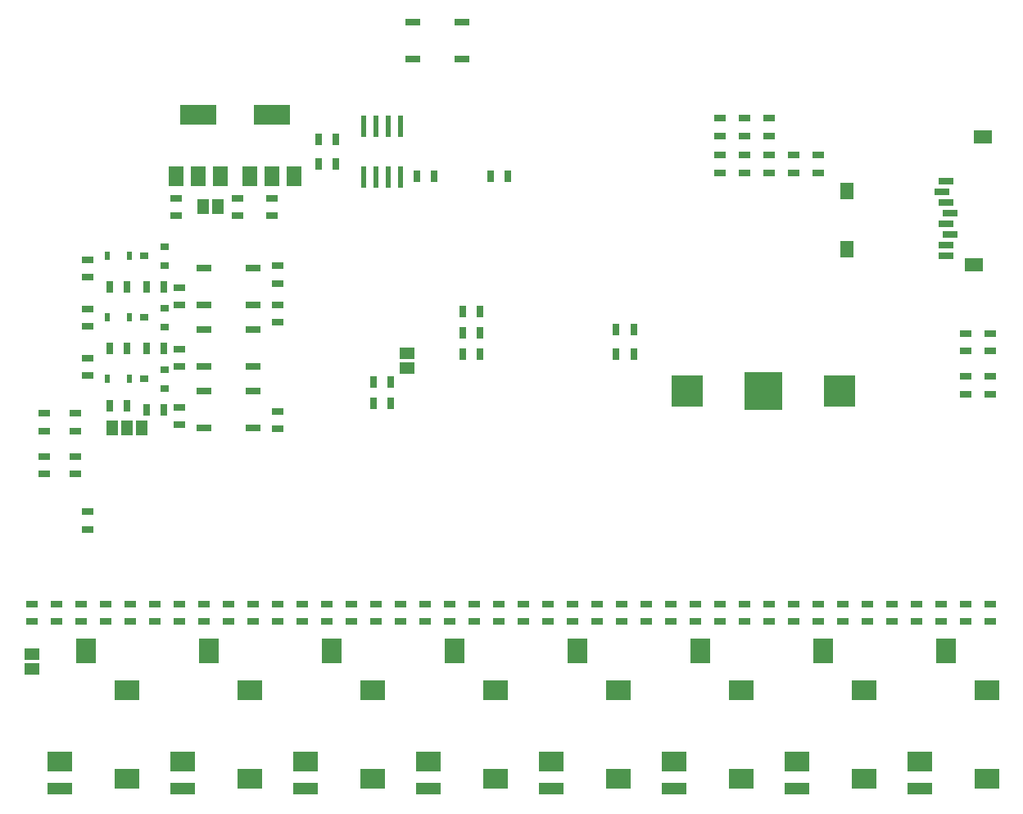
<source format=gtp>
G75*
G70*
%OFA0B0*%
%FSLAX24Y24*%
%IPPOS*%
%LPD*%
%AMOC8*
5,1,8,0,0,1.08239X$1,22.5*
%
%ADD10R,0.0748X0.0551*%
%ADD11R,0.0551X0.0709*%
%ADD12R,0.0591X0.0276*%
%ADD13R,0.0600X0.0300*%
%ADD14R,0.0472X0.0315*%
%ADD15R,0.0630X0.0460*%
%ADD16R,0.0315X0.0472*%
%ADD17R,0.0354X0.0315*%
%ADD18R,0.0248X0.0327*%
%ADD19R,0.0460X0.0630*%
%ADD20R,0.0984X0.0787*%
%ADD21R,0.0787X0.0984*%
%ADD22R,0.0984X0.0472*%
%ADD23R,0.0590X0.0790*%
%ADD24R,0.1500X0.0790*%
%ADD25R,0.0240X0.0870*%
%ADD26R,0.1560X0.1560*%
%ADD27R,0.1250X0.1250*%
D10*
X039751Y023127D03*
X040105Y028324D03*
D11*
X034593Y026120D03*
X034593Y023757D03*
D12*
X038609Y023915D03*
X038766Y024348D03*
X038609Y024781D03*
X038766Y025214D03*
X038609Y025647D03*
X038451Y026080D03*
X038609Y026513D03*
X038609Y023482D03*
D13*
X018920Y031470D03*
X018920Y032970D03*
X016920Y032970D03*
X016920Y031470D03*
X010420Y022970D03*
X010420Y021470D03*
X010420Y020470D03*
X010420Y018970D03*
X010420Y017970D03*
X010420Y016470D03*
X008420Y016470D03*
X008420Y017970D03*
X008420Y018970D03*
X008420Y020470D03*
X008420Y021470D03*
X008420Y022970D03*
D14*
X007420Y022199D03*
X007420Y021491D03*
X007420Y019699D03*
X007420Y018991D03*
X007420Y017324D03*
X007420Y016616D03*
X011420Y016459D03*
X011420Y017168D03*
X011420Y020772D03*
X011420Y021481D03*
X011420Y022366D03*
X011420Y023074D03*
X011170Y025116D03*
X011170Y025824D03*
X009795Y025824D03*
X009795Y025116D03*
X007295Y025116D03*
X007295Y025824D03*
X003670Y023324D03*
X003670Y022616D03*
X003670Y021324D03*
X003670Y020616D03*
X003670Y019324D03*
X003670Y018616D03*
X003170Y017074D03*
X003170Y016366D03*
X003170Y015324D03*
X003170Y014616D03*
X001920Y014616D03*
X001920Y015324D03*
X001920Y016366D03*
X001920Y017074D03*
X003670Y013074D03*
X003670Y012366D03*
X003420Y009324D03*
X003420Y008616D03*
X004420Y008616D03*
X004420Y009324D03*
X005420Y009324D03*
X005420Y008616D03*
X006420Y008616D03*
X006420Y009324D03*
X007420Y009324D03*
X007420Y008616D03*
X008420Y008616D03*
X008420Y009324D03*
X009420Y009324D03*
X009420Y008616D03*
X010420Y008616D03*
X010420Y009324D03*
X011420Y009324D03*
X011420Y008616D03*
X012420Y008616D03*
X012420Y009324D03*
X013420Y009324D03*
X013420Y008616D03*
X014420Y008616D03*
X014420Y009324D03*
X015420Y009324D03*
X015420Y008616D03*
X016420Y008616D03*
X016420Y009324D03*
X017420Y009324D03*
X017420Y008616D03*
X018420Y008616D03*
X018420Y009324D03*
X019420Y009324D03*
X019420Y008616D03*
X020420Y008616D03*
X020420Y009324D03*
X021420Y009324D03*
X021420Y008616D03*
X022420Y008616D03*
X022420Y009324D03*
X023420Y009324D03*
X023420Y008616D03*
X024420Y008616D03*
X024420Y009324D03*
X025420Y009324D03*
X025420Y008616D03*
X026420Y008616D03*
X026420Y009324D03*
X027420Y009324D03*
X027420Y008616D03*
X028420Y008616D03*
X028420Y009324D03*
X029420Y009324D03*
X029420Y008616D03*
X030420Y008616D03*
X030420Y009324D03*
X031420Y009324D03*
X031420Y008616D03*
X032420Y008616D03*
X032420Y009324D03*
X033420Y009324D03*
X033420Y008616D03*
X034420Y008616D03*
X034420Y009324D03*
X035420Y009324D03*
X035420Y008616D03*
X036420Y008616D03*
X036420Y009324D03*
X037420Y009324D03*
X037420Y008616D03*
X038420Y008616D03*
X038420Y009324D03*
X039420Y009324D03*
X039420Y008616D03*
X040420Y008616D03*
X040420Y009324D03*
X040420Y017866D03*
X040420Y018574D03*
X039420Y018574D03*
X039420Y017866D03*
X039420Y019616D03*
X039420Y020324D03*
X040420Y020324D03*
X040420Y019616D03*
X033420Y026866D03*
X033420Y027574D03*
X032420Y027574D03*
X032420Y026866D03*
X031420Y026866D03*
X031420Y027574D03*
X031420Y028366D03*
X031420Y029074D03*
X030420Y029074D03*
X030420Y028366D03*
X030420Y027574D03*
X030420Y026866D03*
X029420Y026866D03*
X029420Y027574D03*
X029420Y028366D03*
X029420Y029074D03*
X002420Y009324D03*
X002420Y008616D03*
X001420Y008616D03*
X001420Y009324D03*
D15*
X001420Y007270D03*
X001420Y006670D03*
X016670Y018920D03*
X016670Y019520D03*
D16*
X016024Y018345D03*
X015316Y018345D03*
X015316Y017470D03*
X016024Y017470D03*
X018941Y019470D03*
X019649Y019470D03*
X019649Y020345D03*
X018941Y020345D03*
X018941Y021220D03*
X019649Y021220D03*
X025191Y020470D03*
X025899Y020470D03*
X025899Y019470D03*
X025191Y019470D03*
X020774Y026720D03*
X020066Y026720D03*
X017774Y026720D03*
X017066Y026720D03*
X013774Y027220D03*
X013066Y027220D03*
X013066Y028220D03*
X013774Y028220D03*
X006774Y022220D03*
X006066Y022220D03*
X005274Y022220D03*
X004566Y022220D03*
X004566Y019720D03*
X005274Y019720D03*
X006066Y019720D03*
X006774Y019720D03*
X005274Y017376D03*
X004566Y017376D03*
X006066Y017220D03*
X006774Y017220D03*
D17*
X006814Y018096D03*
X005987Y018470D03*
X006814Y018844D03*
X006814Y020596D03*
X005987Y020970D03*
X006814Y021344D03*
X006814Y023096D03*
X005987Y023470D03*
X006814Y023844D03*
D18*
X005373Y023470D03*
X004467Y023470D03*
X004467Y020970D03*
X005373Y020970D03*
X005373Y018470D03*
X004467Y018470D03*
D19*
X004664Y016470D03*
X005264Y016470D03*
X005864Y016470D03*
X008370Y025470D03*
X008970Y025470D03*
D20*
X010278Y005826D03*
X012562Y002913D03*
X010278Y002204D03*
X007562Y002913D03*
X005278Y002204D03*
X002562Y002913D03*
X005278Y005826D03*
X015278Y005826D03*
X017562Y002913D03*
X015278Y002204D03*
X020278Y002204D03*
X022562Y002913D03*
X025278Y002204D03*
X027562Y002913D03*
X030278Y002204D03*
X032562Y002913D03*
X035278Y002204D03*
X037562Y002913D03*
X040278Y002204D03*
X040278Y005826D03*
X035278Y005826D03*
X030278Y005826D03*
X025278Y005826D03*
X020278Y005826D03*
D21*
X018625Y007421D03*
X023625Y007421D03*
X028625Y007421D03*
X033625Y007421D03*
X038625Y007421D03*
X013625Y007421D03*
X008625Y007421D03*
X003625Y007421D03*
D22*
X002562Y001811D03*
X007562Y001811D03*
X012562Y001811D03*
X017562Y001811D03*
X022562Y001811D03*
X027562Y001811D03*
X032562Y001811D03*
X037562Y001811D03*
D23*
X012080Y026730D03*
X011180Y026730D03*
X010280Y026730D03*
X009080Y026730D03*
X008180Y026730D03*
X007280Y026730D03*
D24*
X008170Y029210D03*
X011170Y029210D03*
D25*
X014920Y028750D03*
X015420Y028750D03*
X015920Y028750D03*
X016420Y028750D03*
X016420Y026690D03*
X015920Y026690D03*
X015420Y026690D03*
X014920Y026690D03*
D26*
X031170Y017970D03*
D27*
X034270Y017970D03*
X028070Y017970D03*
M02*

</source>
